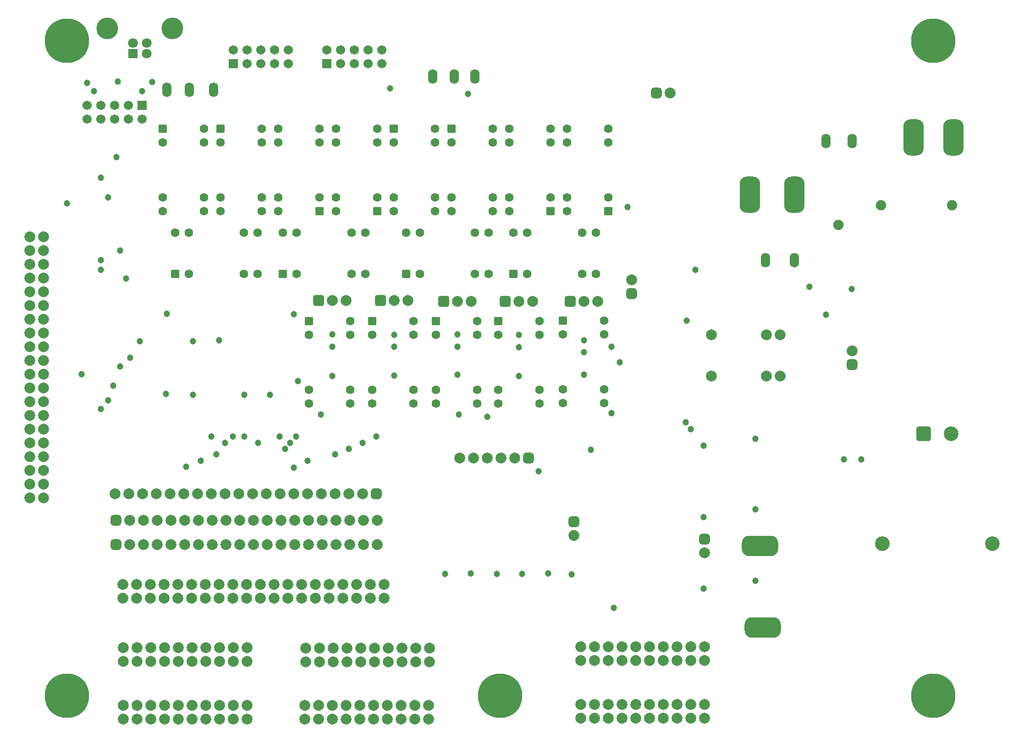
<source format=gbs>
%FSLAX44Y44*%
%MOMM*%
G71*
G01*
G75*
G04 Layer_Color=16711935*
G04:AMPARAMS|DCode=10|XSize=1.1mm|YSize=1mm|CornerRadius=0.15mm|HoleSize=0mm|Usage=FLASHONLY|Rotation=0.000|XOffset=0mm|YOffset=0mm|HoleType=Round|Shape=RoundedRectangle|*
%AMROUNDEDRECTD10*
21,1,1.1000,0.7000,0,0,0.0*
21,1,0.8000,1.0000,0,0,0.0*
1,1,0.3000,0.4000,-0.3500*
1,1,0.3000,-0.4000,-0.3500*
1,1,0.3000,-0.4000,0.3500*
1,1,0.3000,0.4000,0.3500*
%
%ADD10ROUNDEDRECTD10*%
G04:AMPARAMS|DCode=11|XSize=1.1mm|YSize=1mm|CornerRadius=0.15mm|HoleSize=0mm|Usage=FLASHONLY|Rotation=270.000|XOffset=0mm|YOffset=0mm|HoleType=Round|Shape=RoundedRectangle|*
%AMROUNDEDRECTD11*
21,1,1.1000,0.7000,0,0,270.0*
21,1,0.8000,1.0000,0,0,270.0*
1,1,0.3000,-0.3500,-0.4000*
1,1,0.3000,-0.3500,0.4000*
1,1,0.3000,0.3500,0.4000*
1,1,0.3000,0.3500,-0.4000*
%
%ADD11ROUNDEDRECTD11*%
G04:AMPARAMS|DCode=12|XSize=1.4mm|YSize=3mm|CornerRadius=0.21mm|HoleSize=0mm|Usage=FLASHONLY|Rotation=270.000|XOffset=0mm|YOffset=0mm|HoleType=Round|Shape=RoundedRectangle|*
%AMROUNDEDRECTD12*
21,1,1.4000,2.5800,0,0,270.0*
21,1,0.9800,3.0000,0,0,270.0*
1,1,0.4200,-1.2900,-0.4900*
1,1,0.4200,-1.2900,0.4900*
1,1,0.4200,1.2900,0.4900*
1,1,0.4200,1.2900,-0.4900*
%
%ADD12ROUNDEDRECTD12*%
%ADD13O,0.8000X1.5000*%
%ADD14R,0.8000X1.5000*%
%ADD15O,1.5000X0.8000*%
%ADD16R,1.5000X0.8000*%
G04:AMPARAMS|DCode=17|XSize=0.35mm|YSize=0.9mm|CornerRadius=0.0525mm|HoleSize=0mm|Usage=FLASHONLY|Rotation=90.000|XOffset=0mm|YOffset=0mm|HoleType=Round|Shape=RoundedRectangle|*
%AMROUNDEDRECTD17*
21,1,0.3500,0.7950,0,0,90.0*
21,1,0.2450,0.9000,0,0,90.0*
1,1,0.1050,0.3975,0.1225*
1,1,0.1050,0.3975,-0.1225*
1,1,0.1050,-0.3975,-0.1225*
1,1,0.1050,-0.3975,0.1225*
%
%ADD17ROUNDEDRECTD17*%
G04:AMPARAMS|DCode=18|XSize=3.3mm|YSize=1.1mm|CornerRadius=0.165mm|HoleSize=0mm|Usage=FLASHONLY|Rotation=270.000|XOffset=0mm|YOffset=0mm|HoleType=Round|Shape=RoundedRectangle|*
%AMROUNDEDRECTD18*
21,1,3.3000,0.7700,0,0,270.0*
21,1,2.9700,1.1000,0,0,270.0*
1,1,0.3300,-0.3850,-1.4850*
1,1,0.3300,-0.3850,1.4850*
1,1,0.3300,0.3850,1.4850*
1,1,0.3300,0.3850,-1.4850*
%
%ADD18ROUNDEDRECTD18*%
G04:AMPARAMS|DCode=19|XSize=0.65mm|YSize=1.4mm|CornerRadius=0.0975mm|HoleSize=0mm|Usage=FLASHONLY|Rotation=0.000|XOffset=0mm|YOffset=0mm|HoleType=Round|Shape=RoundedRectangle|*
%AMROUNDEDRECTD19*
21,1,0.6500,1.2050,0,0,0.0*
21,1,0.4550,1.4000,0,0,0.0*
1,1,0.1950,0.2275,-0.6025*
1,1,0.1950,-0.2275,-0.6025*
1,1,0.1950,-0.2275,0.6025*
1,1,0.1950,0.2275,0.6025*
%
%ADD19ROUNDEDRECTD19*%
G04:AMPARAMS|DCode=20|XSize=2.7mm|YSize=1.6mm|CornerRadius=0.08mm|HoleSize=0mm|Usage=FLASHONLY|Rotation=90.000|XOffset=0mm|YOffset=0mm|HoleType=Round|Shape=RoundedRectangle|*
%AMROUNDEDRECTD20*
21,1,2.7000,1.4400,0,0,90.0*
21,1,2.5400,1.6000,0,0,90.0*
1,1,0.1600,0.7200,1.2700*
1,1,0.1600,0.7200,-1.2700*
1,1,0.1600,-0.7200,-1.2700*
1,1,0.1600,-0.7200,1.2700*
%
%ADD20ROUNDEDRECTD20*%
G04:AMPARAMS|DCode=21|XSize=2.7mm|YSize=1.6mm|CornerRadius=0mm|HoleSize=0mm|Usage=FLASHONLY|Rotation=90.000|XOffset=0mm|YOffset=0mm|HoleType=Round|Shape=Octagon|*
%AMOCTAGOND21*
4,1,8,0.4000,1.3500,-0.4000,1.3500,-0.8000,0.9500,-0.8000,-0.9500,-0.4000,-1.3500,0.4000,-1.3500,0.8000,-0.9500,0.8000,0.9500,0.4000,1.3500,0.0*
%
%ADD21OCTAGOND21*%

G04:AMPARAMS|DCode=22|XSize=0.9mm|YSize=3.05mm|CornerRadius=0.135mm|HoleSize=0mm|Usage=FLASHONLY|Rotation=90.000|XOffset=0mm|YOffset=0mm|HoleType=Round|Shape=RoundedRectangle|*
%AMROUNDEDRECTD22*
21,1,0.9000,2.7800,0,0,90.0*
21,1,0.6300,3.0500,0,0,90.0*
1,1,0.2700,1.3900,0.3150*
1,1,0.2700,1.3900,-0.3150*
1,1,0.2700,-1.3900,-0.3150*
1,1,0.2700,-1.3900,0.3150*
%
%ADD22ROUNDEDRECTD22*%
G04:AMPARAMS|DCode=23|XSize=5.55mm|YSize=6.5mm|CornerRadius=0.2775mm|HoleSize=0mm|Usage=FLASHONLY|Rotation=90.000|XOffset=0mm|YOffset=0mm|HoleType=Round|Shape=RoundedRectangle|*
%AMROUNDEDRECTD23*
21,1,5.5500,5.9450,0,0,90.0*
21,1,4.9950,6.5000,0,0,90.0*
1,1,0.5550,2.9725,2.4975*
1,1,0.5550,2.9725,-2.4975*
1,1,0.5550,-2.9725,-2.4975*
1,1,0.5550,-2.9725,2.4975*
%
%ADD23ROUNDEDRECTD23*%
G04:AMPARAMS|DCode=24|XSize=2.8mm|YSize=3.4mm|CornerRadius=0.42mm|HoleSize=0mm|Usage=FLASHONLY|Rotation=180.000|XOffset=0mm|YOffset=0mm|HoleType=Round|Shape=RoundedRectangle|*
%AMROUNDEDRECTD24*
21,1,2.8000,2.5600,0,0,180.0*
21,1,1.9600,3.4000,0,0,180.0*
1,1,0.8400,-0.9800,1.2800*
1,1,0.8400,0.9800,1.2800*
1,1,0.8400,0.9800,-1.2800*
1,1,0.8400,-0.9800,-1.2800*
%
%ADD24ROUNDEDRECTD24*%
G04:AMPARAMS|DCode=25|XSize=5.6mm|YSize=6.8mm|CornerRadius=0.28mm|HoleSize=0mm|Usage=FLASHONLY|Rotation=270.000|XOffset=0mm|YOffset=0mm|HoleType=Round|Shape=RoundedRectangle|*
%AMROUNDEDRECTD25*
21,1,5.6000,6.2400,0,0,270.0*
21,1,5.0400,6.8000,0,0,270.0*
1,1,0.5600,-3.1200,-2.5200*
1,1,0.5600,-3.1200,2.5200*
1,1,0.5600,3.1200,2.5200*
1,1,0.5600,3.1200,-2.5200*
%
%ADD25ROUNDEDRECTD25*%
G04:AMPARAMS|DCode=26|XSize=1.3mm|YSize=3.35mm|CornerRadius=0.195mm|HoleSize=0mm|Usage=FLASHONLY|Rotation=270.000|XOffset=0mm|YOffset=0mm|HoleType=Round|Shape=RoundedRectangle|*
%AMROUNDEDRECTD26*
21,1,1.3000,2.9600,0,0,270.0*
21,1,0.9100,3.3500,0,0,270.0*
1,1,0.3900,-1.4800,-0.4550*
1,1,0.3900,-1.4800,0.4550*
1,1,0.3900,1.4800,0.4550*
1,1,0.3900,1.4800,-0.4550*
%
%ADD26ROUNDEDRECTD26*%
G04:AMPARAMS|DCode=27|XSize=1.4mm|YSize=4.1mm|CornerRadius=0.21mm|HoleSize=0mm|Usage=FLASHONLY|Rotation=270.000|XOffset=0mm|YOffset=0mm|HoleType=Round|Shape=RoundedRectangle|*
%AMROUNDEDRECTD27*
21,1,1.4000,3.6800,0,0,270.0*
21,1,0.9800,4.1000,0,0,270.0*
1,1,0.4200,-1.8400,-0.4900*
1,1,0.4200,-1.8400,0.4900*
1,1,0.4200,1.8400,0.4900*
1,1,0.4200,1.8400,-0.4900*
%
%ADD27ROUNDEDRECTD27*%
G04:AMPARAMS|DCode=28|XSize=1.3mm|YSize=1mm|CornerRadius=0.15mm|HoleSize=0mm|Usage=FLASHONLY|Rotation=270.000|XOffset=0mm|YOffset=0mm|HoleType=Round|Shape=RoundedRectangle|*
%AMROUNDEDRECTD28*
21,1,1.3000,0.7000,0,0,270.0*
21,1,1.0000,1.0000,0,0,270.0*
1,1,0.3000,-0.3500,-0.5000*
1,1,0.3000,-0.3500,0.5000*
1,1,0.3000,0.3500,0.5000*
1,1,0.3000,0.3500,-0.5000*
%
%ADD28ROUNDEDRECTD28*%
%ADD29C,2.0000*%
%ADD30C,0.3000*%
%ADD31C,0.5000*%
%ADD32C,0.7500*%
%ADD33C,0.4000*%
%ADD34C,0.2000*%
%ADD35C,1.0000*%
%ADD36C,0.3100*%
%ADD37C,1.8000*%
G04:AMPARAMS|DCode=38|XSize=1.8mm|YSize=1.8mm|CornerRadius=0.27mm|HoleSize=0mm|Usage=FLASHONLY|Rotation=0.000|XOffset=0mm|YOffset=0mm|HoleType=Round|Shape=RoundedRectangle|*
%AMROUNDEDRECTD38*
21,1,1.8000,1.2600,0,0,0.0*
21,1,1.2600,1.8000,0,0,0.0*
1,1,0.5400,0.6300,-0.6300*
1,1,0.5400,-0.6300,-0.6300*
1,1,0.5400,-0.6300,0.6300*
1,1,0.5400,0.6300,0.6300*
%
%ADD38ROUNDEDRECTD38*%
%ADD39O,1.5000X2.5000*%
G04:AMPARAMS|DCode=40|XSize=1.8mm|YSize=1.8mm|CornerRadius=0.45mm|HoleSize=0mm|Usage=FLASHONLY|Rotation=90.000|XOffset=0mm|YOffset=0mm|HoleType=Round|Shape=RoundedRectangle|*
%AMROUNDEDRECTD40*
21,1,1.8000,0.9000,0,0,90.0*
21,1,0.9000,1.8000,0,0,90.0*
1,1,0.9000,0.4500,0.4500*
1,1,0.9000,0.4500,-0.4500*
1,1,0.9000,-0.4500,-0.4500*
1,1,0.9000,-0.4500,0.4500*
%
%ADD40ROUNDEDRECTD40*%
%ADD41C,2.5000*%
G04:AMPARAMS|DCode=42|XSize=2.5mm|YSize=2.5mm|CornerRadius=0.375mm|HoleSize=0mm|Usage=FLASHONLY|Rotation=180.000|XOffset=0mm|YOffset=0mm|HoleType=Round|Shape=RoundedRectangle|*
%AMROUNDEDRECTD42*
21,1,2.5000,1.7500,0,0,180.0*
21,1,1.7500,2.5000,0,0,180.0*
1,1,0.7500,-0.8750,0.8750*
1,1,0.7500,0.8750,0.8750*
1,1,0.7500,0.8750,-0.8750*
1,1,0.7500,-0.8750,-0.8750*
%
%ADD42ROUNDEDRECTD42*%
G04:AMPARAMS|DCode=43|XSize=1.8mm|YSize=1.8mm|CornerRadius=0.45mm|HoleSize=0mm|Usage=FLASHONLY|Rotation=180.000|XOffset=0mm|YOffset=0mm|HoleType=Round|Shape=RoundedRectangle|*
%AMROUNDEDRECTD43*
21,1,1.8000,0.9000,0,0,180.0*
21,1,0.9000,1.8000,0,0,180.0*
1,1,0.9000,-0.4500,0.4500*
1,1,0.9000,0.4500,0.4500*
1,1,0.9000,0.4500,-0.4500*
1,1,0.9000,-0.4500,-0.4500*
%
%ADD43ROUNDEDRECTD43*%
G04:AMPARAMS|DCode=44|XSize=6.5mm|YSize=3.6mm|CornerRadius=1.26mm|HoleSize=0mm|Usage=FLASHONLY|Rotation=180.000|XOffset=0mm|YOffset=0mm|HoleType=Round|Shape=RoundedRectangle|*
%AMROUNDEDRECTD44*
21,1,6.5000,1.0800,0,0,180.0*
21,1,3.9800,3.6000,0,0,180.0*
1,1,2.5200,-1.9900,0.5400*
1,1,2.5200,1.9900,0.5400*
1,1,2.5200,1.9900,-0.5400*
1,1,2.5200,-1.9900,-0.5400*
%
%ADD44ROUNDEDRECTD44*%
%ADD45R,1.5000X1.5000*%
%ADD46C,1.5000*%
%ADD47C,3.8000*%
%ADD48C,1.6000*%
%ADD49R,1.6000X1.6000*%
G04:AMPARAMS|DCode=50|XSize=1.4mm|YSize=1.4mm|CornerRadius=0.21mm|HoleSize=0mm|Usage=FLASHONLY|Rotation=0.000|XOffset=0mm|YOffset=0mm|HoleType=Round|Shape=RoundedRectangle|*
%AMROUNDEDRECTD50*
21,1,1.4000,0.9800,0,0,0.0*
21,1,0.9800,1.4000,0,0,0.0*
1,1,0.4200,0.4900,-0.4900*
1,1,0.4200,-0.4900,-0.4900*
1,1,0.4200,-0.4900,0.4900*
1,1,0.4200,0.4900,0.4900*
%
%ADD50ROUNDEDRECTD50*%
%ADD51C,1.4000*%
G04:AMPARAMS|DCode=52|XSize=6.5mm|YSize=3.6mm|CornerRadius=1.26mm|HoleSize=0mm|Usage=FLASHONLY|Rotation=270.000|XOffset=0mm|YOffset=0mm|HoleType=Round|Shape=RoundedRectangle|*
%AMROUNDEDRECTD52*
21,1,6.5000,1.0800,0,0,270.0*
21,1,3.9800,3.6000,0,0,270.0*
1,1,2.5200,-0.5400,-1.9900*
1,1,2.5200,-0.5400,1.9900*
1,1,2.5200,0.5400,1.9900*
1,1,2.5200,0.5400,-1.9900*
%
%ADD52ROUNDEDRECTD52*%
G04:AMPARAMS|DCode=53|XSize=1.4mm|YSize=1.4mm|CornerRadius=0.21mm|HoleSize=0mm|Usage=FLASHONLY|Rotation=90.000|XOffset=0mm|YOffset=0mm|HoleType=Round|Shape=RoundedRectangle|*
%AMROUNDEDRECTD53*
21,1,1.4000,0.9800,0,0,90.0*
21,1,0.9800,1.4000,0,0,90.0*
1,1,0.4200,0.4900,0.4900*
1,1,0.4200,0.4900,-0.4900*
1,1,0.4200,-0.4900,-0.4900*
1,1,0.4200,-0.4900,0.4900*
%
%ADD53ROUNDEDRECTD53*%
%ADD54C,8.0000*%
%ADD55C,1.0000*%
%ADD56C,1.7000*%
%ADD57C,0.1500*%
%ADD58C,0.2500*%
%ADD59C,0.2540*%
%ADD60C,0.1000*%
%ADD61C,0.1800*%
G04:AMPARAMS|DCode=62|XSize=1.3mm|YSize=1.2mm|CornerRadius=0.25mm|HoleSize=0mm|Usage=FLASHONLY|Rotation=0.000|XOffset=0mm|YOffset=0mm|HoleType=Round|Shape=RoundedRectangle|*
%AMROUNDEDRECTD62*
21,1,1.3000,0.7000,0,0,0.0*
21,1,0.8000,1.2000,0,0,0.0*
1,1,0.5000,0.4000,-0.3500*
1,1,0.5000,-0.4000,-0.3500*
1,1,0.5000,-0.4000,0.3500*
1,1,0.5000,0.4000,0.3500*
%
%ADD62ROUNDEDRECTD62*%
G04:AMPARAMS|DCode=63|XSize=1.3mm|YSize=1.2mm|CornerRadius=0.25mm|HoleSize=0mm|Usage=FLASHONLY|Rotation=270.000|XOffset=0mm|YOffset=0mm|HoleType=Round|Shape=RoundedRectangle|*
%AMROUNDEDRECTD63*
21,1,1.3000,0.7000,0,0,270.0*
21,1,0.8000,1.2000,0,0,270.0*
1,1,0.5000,-0.3500,-0.4000*
1,1,0.5000,-0.3500,0.4000*
1,1,0.5000,0.3500,0.4000*
1,1,0.5000,0.3500,-0.4000*
%
%ADD63ROUNDEDRECTD63*%
G04:AMPARAMS|DCode=64|XSize=1.6mm|YSize=3.2mm|CornerRadius=0.31mm|HoleSize=0mm|Usage=FLASHONLY|Rotation=270.000|XOffset=0mm|YOffset=0mm|HoleType=Round|Shape=RoundedRectangle|*
%AMROUNDEDRECTD64*
21,1,1.6000,2.5800,0,0,270.0*
21,1,0.9800,3.2000,0,0,270.0*
1,1,0.6200,-1.2900,-0.4900*
1,1,0.6200,-1.2900,0.4900*
1,1,0.6200,1.2900,0.4900*
1,1,0.6200,1.2900,-0.4900*
%
%ADD64ROUNDEDRECTD64*%
%ADD65O,1.0000X1.7000*%
%ADD66R,1.0000X1.7000*%
%ADD67O,1.7000X1.0000*%
%ADD68R,1.7000X1.0000*%
G04:AMPARAMS|DCode=69|XSize=0.55mm|YSize=1.1mm|CornerRadius=0.1525mm|HoleSize=0mm|Usage=FLASHONLY|Rotation=90.000|XOffset=0mm|YOffset=0mm|HoleType=Round|Shape=RoundedRectangle|*
%AMROUNDEDRECTD69*
21,1,0.5500,0.7950,0,0,90.0*
21,1,0.2450,1.1000,0,0,90.0*
1,1,0.3050,0.3975,0.1225*
1,1,0.3050,0.3975,-0.1225*
1,1,0.3050,-0.3975,-0.1225*
1,1,0.3050,-0.3975,0.1225*
%
%ADD69ROUNDEDRECTD69*%
G04:AMPARAMS|DCode=70|XSize=3.5mm|YSize=1.3mm|CornerRadius=0.265mm|HoleSize=0mm|Usage=FLASHONLY|Rotation=270.000|XOffset=0mm|YOffset=0mm|HoleType=Round|Shape=RoundedRectangle|*
%AMROUNDEDRECTD70*
21,1,3.5000,0.7700,0,0,270.0*
21,1,2.9700,1.3000,0,0,270.0*
1,1,0.5300,-0.3850,-1.4850*
1,1,0.5300,-0.3850,1.4850*
1,1,0.5300,0.3850,1.4850*
1,1,0.5300,0.3850,-1.4850*
%
%ADD70ROUNDEDRECTD70*%
G04:AMPARAMS|DCode=71|XSize=0.85mm|YSize=1.6mm|CornerRadius=0.1975mm|HoleSize=0mm|Usage=FLASHONLY|Rotation=0.000|XOffset=0mm|YOffset=0mm|HoleType=Round|Shape=RoundedRectangle|*
%AMROUNDEDRECTD71*
21,1,0.8500,1.2050,0,0,0.0*
21,1,0.4550,1.6000,0,0,0.0*
1,1,0.3950,0.2275,-0.6025*
1,1,0.3950,-0.2275,-0.6025*
1,1,0.3950,-0.2275,0.6025*
1,1,0.3950,0.2275,0.6025*
%
%ADD71ROUNDEDRECTD71*%
G04:AMPARAMS|DCode=72|XSize=2.9mm|YSize=1.8mm|CornerRadius=0.18mm|HoleSize=0mm|Usage=FLASHONLY|Rotation=90.000|XOffset=0mm|YOffset=0mm|HoleType=Round|Shape=RoundedRectangle|*
%AMROUNDEDRECTD72*
21,1,2.9000,1.4400,0,0,90.0*
21,1,2.5400,1.8000,0,0,90.0*
1,1,0.3600,0.7200,1.2700*
1,1,0.3600,0.7200,-1.2700*
1,1,0.3600,-0.7200,-1.2700*
1,1,0.3600,-0.7200,1.2700*
%
%ADD72ROUNDEDRECTD72*%
G04:AMPARAMS|DCode=73|XSize=2.9mm|YSize=1.8mm|CornerRadius=0mm|HoleSize=0mm|Usage=FLASHONLY|Rotation=90.000|XOffset=0mm|YOffset=0mm|HoleType=Round|Shape=Octagon|*
%AMOCTAGOND73*
4,1,8,0.4500,1.4500,-0.4500,1.4500,-0.9000,1.0000,-0.9000,-1.0000,-0.4500,-1.4500,0.4500,-1.4500,0.9000,-1.0000,0.9000,1.0000,0.4500,1.4500,0.0*
%
%ADD73OCTAGOND73*%

G04:AMPARAMS|DCode=74|XSize=1.1mm|YSize=3.25mm|CornerRadius=0.235mm|HoleSize=0mm|Usage=FLASHONLY|Rotation=90.000|XOffset=0mm|YOffset=0mm|HoleType=Round|Shape=RoundedRectangle|*
%AMROUNDEDRECTD74*
21,1,1.1000,2.7800,0,0,90.0*
21,1,0.6300,3.2500,0,0,90.0*
1,1,0.4700,1.3900,0.3150*
1,1,0.4700,1.3900,-0.3150*
1,1,0.4700,-1.3900,-0.3150*
1,1,0.4700,-1.3900,0.3150*
%
%ADD74ROUNDEDRECTD74*%
G04:AMPARAMS|DCode=75|XSize=5.75mm|YSize=6.7mm|CornerRadius=0.3775mm|HoleSize=0mm|Usage=FLASHONLY|Rotation=90.000|XOffset=0mm|YOffset=0mm|HoleType=Round|Shape=RoundedRectangle|*
%AMROUNDEDRECTD75*
21,1,5.7500,5.9450,0,0,90.0*
21,1,4.9950,6.7000,0,0,90.0*
1,1,0.7550,2.9725,2.4975*
1,1,0.7550,2.9725,-2.4975*
1,1,0.7550,-2.9725,-2.4975*
1,1,0.7550,-2.9725,2.4975*
%
%ADD75ROUNDEDRECTD75*%
G04:AMPARAMS|DCode=76|XSize=3mm|YSize=3.6mm|CornerRadius=0.52mm|HoleSize=0mm|Usage=FLASHONLY|Rotation=180.000|XOffset=0mm|YOffset=0mm|HoleType=Round|Shape=RoundedRectangle|*
%AMROUNDEDRECTD76*
21,1,3.0000,2.5600,0,0,180.0*
21,1,1.9600,3.6000,0,0,180.0*
1,1,1.0400,-0.9800,1.2800*
1,1,1.0400,0.9800,1.2800*
1,1,1.0400,0.9800,-1.2800*
1,1,1.0400,-0.9800,-1.2800*
%
%ADD76ROUNDEDRECTD76*%
G04:AMPARAMS|DCode=77|XSize=5.8mm|YSize=7mm|CornerRadius=0.38mm|HoleSize=0mm|Usage=FLASHONLY|Rotation=270.000|XOffset=0mm|YOffset=0mm|HoleType=Round|Shape=RoundedRectangle|*
%AMROUNDEDRECTD77*
21,1,5.8000,6.2400,0,0,270.0*
21,1,5.0400,7.0000,0,0,270.0*
1,1,0.7600,-3.1200,-2.5200*
1,1,0.7600,-3.1200,2.5200*
1,1,0.7600,3.1200,2.5200*
1,1,0.7600,3.1200,-2.5200*
%
%ADD77ROUNDEDRECTD77*%
G04:AMPARAMS|DCode=78|XSize=1.5mm|YSize=3.55mm|CornerRadius=0.295mm|HoleSize=0mm|Usage=FLASHONLY|Rotation=270.000|XOffset=0mm|YOffset=0mm|HoleType=Round|Shape=RoundedRectangle|*
%AMROUNDEDRECTD78*
21,1,1.5000,2.9600,0,0,270.0*
21,1,0.9100,3.5500,0,0,270.0*
1,1,0.5900,-1.4800,-0.4550*
1,1,0.5900,-1.4800,0.4550*
1,1,0.5900,1.4800,0.4550*
1,1,0.5900,1.4800,-0.4550*
%
%ADD78ROUNDEDRECTD78*%
G04:AMPARAMS|DCode=79|XSize=1.6mm|YSize=4.3mm|CornerRadius=0.31mm|HoleSize=0mm|Usage=FLASHONLY|Rotation=270.000|XOffset=0mm|YOffset=0mm|HoleType=Round|Shape=RoundedRectangle|*
%AMROUNDEDRECTD79*
21,1,1.6000,3.6800,0,0,270.0*
21,1,0.9800,4.3000,0,0,270.0*
1,1,0.6200,-1.8400,-0.4900*
1,1,0.6200,-1.8400,0.4900*
1,1,0.6200,1.8400,0.4900*
1,1,0.6200,1.8400,-0.4900*
%
%ADD79ROUNDEDRECTD79*%
G04:AMPARAMS|DCode=80|XSize=1.5mm|YSize=1.2mm|CornerRadius=0.25mm|HoleSize=0mm|Usage=FLASHONLY|Rotation=270.000|XOffset=0mm|YOffset=0mm|HoleType=Round|Shape=RoundedRectangle|*
%AMROUNDEDRECTD80*
21,1,1.5000,0.7000,0,0,270.0*
21,1,1.0000,1.2000,0,0,270.0*
1,1,0.5000,-0.3500,-0.5000*
1,1,0.5000,-0.3500,0.5000*
1,1,0.5000,0.3500,0.5000*
1,1,0.5000,0.3500,-0.5000*
%
%ADD80ROUNDEDRECTD80*%
G04:AMPARAMS|DCode=81|XSize=1.3032mm|YSize=1.2032mm|CornerRadius=0.2516mm|HoleSize=0mm|Usage=FLASHONLY|Rotation=0.000|XOffset=0mm|YOffset=0mm|HoleType=Round|Shape=RoundedRectangle|*
%AMROUNDEDRECTD81*
21,1,1.3032,0.7000,0,0,0.0*
21,1,0.8000,1.2032,0,0,0.0*
1,1,0.5032,0.4000,-0.3500*
1,1,0.5032,-0.4000,-0.3500*
1,1,0.5032,-0.4000,0.3500*
1,1,0.5032,0.4000,0.3500*
%
%ADD81ROUNDEDRECTD81*%
G04:AMPARAMS|DCode=82|XSize=1.3032mm|YSize=1.2032mm|CornerRadius=0.2516mm|HoleSize=0mm|Usage=FLASHONLY|Rotation=270.000|XOffset=0mm|YOffset=0mm|HoleType=Round|Shape=RoundedRectangle|*
%AMROUNDEDRECTD82*
21,1,1.3032,0.7000,0,0,270.0*
21,1,0.8000,1.2032,0,0,270.0*
1,1,0.5032,-0.3500,-0.4000*
1,1,0.5032,-0.3500,0.4000*
1,1,0.5032,0.3500,0.4000*
1,1,0.5032,0.3500,-0.4000*
%
%ADD82ROUNDEDRECTD82*%
G04:AMPARAMS|DCode=83|XSize=1.6032mm|YSize=3.2032mm|CornerRadius=0.3116mm|HoleSize=0mm|Usage=FLASHONLY|Rotation=270.000|XOffset=0mm|YOffset=0mm|HoleType=Round|Shape=RoundedRectangle|*
%AMROUNDEDRECTD83*
21,1,1.6032,2.5800,0,0,270.0*
21,1,0.9800,3.2032,0,0,270.0*
1,1,0.6232,-1.2900,-0.4900*
1,1,0.6232,-1.2900,0.4900*
1,1,0.6232,1.2900,0.4900*
1,1,0.6232,1.2900,-0.4900*
%
%ADD83ROUNDEDRECTD83*%
%ADD84O,1.0032X1.7032*%
%ADD85R,1.0032X1.7032*%
%ADD86O,1.7032X1.0032*%
%ADD87R,1.7032X1.0032*%
G04:AMPARAMS|DCode=88|XSize=0.5532mm|YSize=1.1032mm|CornerRadius=0.1541mm|HoleSize=0mm|Usage=FLASHONLY|Rotation=90.000|XOffset=0mm|YOffset=0mm|HoleType=Round|Shape=RoundedRectangle|*
%AMROUNDEDRECTD88*
21,1,0.5532,0.7950,0,0,90.0*
21,1,0.2450,1.1032,0,0,90.0*
1,1,0.3082,0.3975,0.1225*
1,1,0.3082,0.3975,-0.1225*
1,1,0.3082,-0.3975,-0.1225*
1,1,0.3082,-0.3975,0.1225*
%
%ADD88ROUNDEDRECTD88*%
G04:AMPARAMS|DCode=89|XSize=3.5032mm|YSize=1.3032mm|CornerRadius=0.2666mm|HoleSize=0mm|Usage=FLASHONLY|Rotation=270.000|XOffset=0mm|YOffset=0mm|HoleType=Round|Shape=RoundedRectangle|*
%AMROUNDEDRECTD89*
21,1,3.5032,0.7700,0,0,270.0*
21,1,2.9700,1.3032,0,0,270.0*
1,1,0.5332,-0.3850,-1.4850*
1,1,0.5332,-0.3850,1.4850*
1,1,0.5332,0.3850,1.4850*
1,1,0.5332,0.3850,-1.4850*
%
%ADD89ROUNDEDRECTD89*%
G04:AMPARAMS|DCode=90|XSize=0.8532mm|YSize=1.6032mm|CornerRadius=0.1991mm|HoleSize=0mm|Usage=FLASHONLY|Rotation=0.000|XOffset=0mm|YOffset=0mm|HoleType=Round|Shape=RoundedRectangle|*
%AMROUNDEDRECTD90*
21,1,0.8532,1.2050,0,0,0.0*
21,1,0.4550,1.6032,0,0,0.0*
1,1,0.3982,0.2275,-0.6025*
1,1,0.3982,-0.2275,-0.6025*
1,1,0.3982,-0.2275,0.6025*
1,1,0.3982,0.2275,0.6025*
%
%ADD90ROUNDEDRECTD90*%
G04:AMPARAMS|DCode=91|XSize=2.9032mm|YSize=1.8032mm|CornerRadius=0.1816mm|HoleSize=0mm|Usage=FLASHONLY|Rotation=90.000|XOffset=0mm|YOffset=0mm|HoleType=Round|Shape=RoundedRectangle|*
%AMROUNDEDRECTD91*
21,1,2.9032,1.4400,0,0,90.0*
21,1,2.5400,1.8032,0,0,90.0*
1,1,0.3632,0.7200,1.2700*
1,1,0.3632,0.7200,-1.2700*
1,1,0.3632,-0.7200,-1.2700*
1,1,0.3632,-0.7200,1.2700*
%
%ADD91ROUNDEDRECTD91*%
G04:AMPARAMS|DCode=92|XSize=2.9032mm|YSize=1.8032mm|CornerRadius=0mm|HoleSize=0mm|Usage=FLASHONLY|Rotation=90.000|XOffset=0mm|YOffset=0mm|HoleType=Round|Shape=Octagon|*
%AMOCTAGOND92*
4,1,8,0.4508,1.4516,-0.4508,1.4516,-0.9016,1.0008,-0.9016,-1.0008,-0.4508,-1.4516,0.4508,-1.4516,0.9016,-1.0008,0.9016,1.0008,0.4508,1.4516,0.0*
%
%ADD92OCTAGOND92*%

G04:AMPARAMS|DCode=93|XSize=1.1032mm|YSize=3.2532mm|CornerRadius=0.2366mm|HoleSize=0mm|Usage=FLASHONLY|Rotation=90.000|XOffset=0mm|YOffset=0mm|HoleType=Round|Shape=RoundedRectangle|*
%AMROUNDEDRECTD93*
21,1,1.1032,2.7800,0,0,90.0*
21,1,0.6300,3.2532,0,0,90.0*
1,1,0.4732,1.3900,0.3150*
1,1,0.4732,1.3900,-0.3150*
1,1,0.4732,-1.3900,-0.3150*
1,1,0.4732,-1.3900,0.3150*
%
%ADD93ROUNDEDRECTD93*%
G04:AMPARAMS|DCode=94|XSize=5.7532mm|YSize=6.7032mm|CornerRadius=0.3791mm|HoleSize=0mm|Usage=FLASHONLY|Rotation=90.000|XOffset=0mm|YOffset=0mm|HoleType=Round|Shape=RoundedRectangle|*
%AMROUNDEDRECTD94*
21,1,5.7532,5.9450,0,0,90.0*
21,1,4.9950,6.7032,0,0,90.0*
1,1,0.7582,2.9725,2.4975*
1,1,0.7582,2.9725,-2.4975*
1,1,0.7582,-2.9725,-2.4975*
1,1,0.7582,-2.9725,2.4975*
%
%ADD94ROUNDEDRECTD94*%
G04:AMPARAMS|DCode=95|XSize=3.0032mm|YSize=3.6032mm|CornerRadius=0.5216mm|HoleSize=0mm|Usage=FLASHONLY|Rotation=180.000|XOffset=0mm|YOffset=0mm|HoleType=Round|Shape=RoundedRectangle|*
%AMROUNDEDRECTD95*
21,1,3.0032,2.5600,0,0,180.0*
21,1,1.9600,3.6032,0,0,180.0*
1,1,1.0432,-0.9800,1.2800*
1,1,1.0432,0.9800,1.2800*
1,1,1.0432,0.9800,-1.2800*
1,1,1.0432,-0.9800,-1.2800*
%
%ADD95ROUNDEDRECTD95*%
G04:AMPARAMS|DCode=96|XSize=5.8032mm|YSize=7.0032mm|CornerRadius=0.3816mm|HoleSize=0mm|Usage=FLASHONLY|Rotation=270.000|XOffset=0mm|YOffset=0mm|HoleType=Round|Shape=RoundedRectangle|*
%AMROUNDEDRECTD96*
21,1,5.8032,6.2400,0,0,270.0*
21,1,5.0400,7.0032,0,0,270.0*
1,1,0.7632,-3.1200,-2.5200*
1,1,0.7632,-3.1200,2.5200*
1,1,0.7632,3.1200,2.5200*
1,1,0.7632,3.1200,-2.5200*
%
%ADD96ROUNDEDRECTD96*%
G04:AMPARAMS|DCode=97|XSize=1.5032mm|YSize=3.5532mm|CornerRadius=0.2966mm|HoleSize=0mm|Usage=FLASHONLY|Rotation=270.000|XOffset=0mm|YOffset=0mm|HoleType=Round|Shape=RoundedRectangle|*
%AMROUNDEDRECTD97*
21,1,1.5032,2.9600,0,0,270.0*
21,1,0.9100,3.5532,0,0,270.0*
1,1,0.5932,-1.4800,-0.4550*
1,1,0.5932,-1.4800,0.4550*
1,1,0.5932,1.4800,0.4550*
1,1,0.5932,1.4800,-0.4550*
%
%ADD97ROUNDEDRECTD97*%
G04:AMPARAMS|DCode=98|XSize=1.6032mm|YSize=4.3032mm|CornerRadius=0.3116mm|HoleSize=0mm|Usage=FLASHONLY|Rotation=270.000|XOffset=0mm|YOffset=0mm|HoleType=Round|Shape=RoundedRectangle|*
%AMROUNDEDRECTD98*
21,1,1.6032,3.6800,0,0,270.0*
21,1,0.9800,4.3032,0,0,270.0*
1,1,0.6232,-1.8400,-0.4900*
1,1,0.6232,-1.8400,0.4900*
1,1,0.6232,1.8400,0.4900*
1,1,0.6232,1.8400,-0.4900*
%
%ADD98ROUNDEDRECTD98*%
G04:AMPARAMS|DCode=99|XSize=1.5032mm|YSize=1.2032mm|CornerRadius=0.2516mm|HoleSize=0mm|Usage=FLASHONLY|Rotation=270.000|XOffset=0mm|YOffset=0mm|HoleType=Round|Shape=RoundedRectangle|*
%AMROUNDEDRECTD99*
21,1,1.5032,0.7000,0,0,270.0*
21,1,1.0000,1.2032,0,0,270.0*
1,1,0.5032,-0.3500,-0.5000*
1,1,0.5032,-0.3500,0.5000*
1,1,0.5032,0.3500,0.5000*
1,1,0.5032,0.3500,-0.5000*
%
%ADD99ROUNDEDRECTD99*%
%ADD100C,2.0032*%
G04:AMPARAMS|DCode=101|XSize=2.0032mm|YSize=2.0032mm|CornerRadius=0.3716mm|HoleSize=0mm|Usage=FLASHONLY|Rotation=0.000|XOffset=0mm|YOffset=0mm|HoleType=Round|Shape=RoundedRectangle|*
%AMROUNDEDRECTD101*
21,1,2.0032,1.2600,0,0,0.0*
21,1,1.2600,2.0032,0,0,0.0*
1,1,0.7432,0.6300,-0.6300*
1,1,0.7432,-0.6300,-0.6300*
1,1,0.7432,-0.6300,0.6300*
1,1,0.7432,0.6300,0.6300*
%
%ADD101ROUNDEDRECTD101*%
%ADD102O,1.7032X2.7032*%
G04:AMPARAMS|DCode=103|XSize=2.0032mm|YSize=2.0032mm|CornerRadius=0.5516mm|HoleSize=0mm|Usage=FLASHONLY|Rotation=90.000|XOffset=0mm|YOffset=0mm|HoleType=Round|Shape=RoundedRectangle|*
%AMROUNDEDRECTD103*
21,1,2.0032,0.9000,0,0,90.0*
21,1,0.9000,2.0032,0,0,90.0*
1,1,1.1032,0.4500,0.4500*
1,1,1.1032,0.4500,-0.4500*
1,1,1.1032,-0.4500,-0.4500*
1,1,1.1032,-0.4500,0.4500*
%
%ADD103ROUNDEDRECTD103*%
%ADD104C,2.7032*%
G04:AMPARAMS|DCode=105|XSize=2.7032mm|YSize=2.7032mm|CornerRadius=0.4766mm|HoleSize=0mm|Usage=FLASHONLY|Rotation=180.000|XOffset=0mm|YOffset=0mm|HoleType=Round|Shape=RoundedRectangle|*
%AMROUNDEDRECTD105*
21,1,2.7032,1.7500,0,0,180.0*
21,1,1.7500,2.7032,0,0,180.0*
1,1,0.9532,-0.8750,0.8750*
1,1,0.9532,0.8750,0.8750*
1,1,0.9532,0.8750,-0.8750*
1,1,0.9532,-0.8750,-0.8750*
%
%ADD105ROUNDEDRECTD105*%
G04:AMPARAMS|DCode=106|XSize=2.0032mm|YSize=2.0032mm|CornerRadius=0.5516mm|HoleSize=0mm|Usage=FLASHONLY|Rotation=180.000|XOffset=0mm|YOffset=0mm|HoleType=Round|Shape=RoundedRectangle|*
%AMROUNDEDRECTD106*
21,1,2.0032,0.9000,0,0,180.0*
21,1,0.9000,2.0032,0,0,180.0*
1,1,1.1032,-0.4500,0.4500*
1,1,1.1032,0.4500,0.4500*
1,1,1.1032,0.4500,-0.4500*
1,1,1.1032,-0.4500,-0.4500*
%
%ADD106ROUNDEDRECTD106*%
G04:AMPARAMS|DCode=107|XSize=6.7032mm|YSize=3.8032mm|CornerRadius=1.3616mm|HoleSize=0mm|Usage=FLASHONLY|Rotation=180.000|XOffset=0mm|YOffset=0mm|HoleType=Round|Shape=RoundedRectangle|*
%AMROUNDEDRECTD107*
21,1,6.7032,1.0800,0,0,180.0*
21,1,3.9800,3.8032,0,0,180.0*
1,1,2.7232,-1.9900,0.5400*
1,1,2.7232,1.9900,0.5400*
1,1,2.7232,1.9900,-0.5400*
1,1,2.7232,-1.9900,-0.5400*
%
%ADD107ROUNDEDRECTD107*%
%ADD108R,1.7032X1.7032*%
%ADD109C,1.7032*%
%ADD110C,4.0032*%
%ADD111C,1.8032*%
%ADD112R,1.8032X1.8032*%
G04:AMPARAMS|DCode=113|XSize=1.6032mm|YSize=1.6032mm|CornerRadius=0.3116mm|HoleSize=0mm|Usage=FLASHONLY|Rotation=0.000|XOffset=0mm|YOffset=0mm|HoleType=Round|Shape=RoundedRectangle|*
%AMROUNDEDRECTD113*
21,1,1.6032,0.9800,0,0,0.0*
21,1,0.9800,1.6032,0,0,0.0*
1,1,0.6232,0.4900,-0.4900*
1,1,0.6232,-0.4900,-0.4900*
1,1,0.6232,-0.4900,0.4900*
1,1,0.6232,0.4900,0.4900*
%
%ADD113ROUNDEDRECTD113*%
%ADD114C,1.6032*%
G04:AMPARAMS|DCode=115|XSize=6.7032mm|YSize=3.8032mm|CornerRadius=1.3616mm|HoleSize=0mm|Usage=FLASHONLY|Rotation=270.000|XOffset=0mm|YOffset=0mm|HoleType=Round|Shape=RoundedRectangle|*
%AMROUNDEDRECTD115*
21,1,6.7032,1.0800,0,0,270.0*
21,1,3.9800,3.8032,0,0,270.0*
1,1,2.7232,-0.5400,-1.9900*
1,1,2.7232,-0.5400,1.9900*
1,1,2.7232,0.5400,1.9900*
1,1,2.7232,0.5400,-1.9900*
%
%ADD115ROUNDEDRECTD115*%
G04:AMPARAMS|DCode=116|XSize=1.6032mm|YSize=1.6032mm|CornerRadius=0.3116mm|HoleSize=0mm|Usage=FLASHONLY|Rotation=90.000|XOffset=0mm|YOffset=0mm|HoleType=Round|Shape=RoundedRectangle|*
%AMROUNDEDRECTD116*
21,1,1.6032,0.9800,0,0,90.0*
21,1,0.9800,1.6032,0,0,90.0*
1,1,0.6232,0.4900,0.4900*
1,1,0.6232,0.4900,-0.4900*
1,1,0.6232,-0.4900,-0.4900*
1,1,0.6232,-0.4900,0.4900*
%
%ADD116ROUNDEDRECTD116*%
%ADD117C,8.2032*%
%ADD118C,1.2032*%
%ADD119C,1.9032*%
D100*
X1118870Y821690D02*
D03*
X1093470D02*
D03*
X998220D02*
D03*
X972820D02*
D03*
X1214120Y76200D02*
D03*
Y50800D02*
D03*
X1188720Y76200D02*
D03*
Y50800D02*
D03*
X1137920Y76200D02*
D03*
Y50800D02*
D03*
X1112520Y76200D02*
D03*
Y50800D02*
D03*
X1087120Y76200D02*
D03*
Y50800D02*
D03*
X1163320D02*
D03*
Y76200D02*
D03*
X1239520Y50800D02*
D03*
Y76200D02*
D03*
X1264920Y50800D02*
D03*
Y76200D02*
D03*
X1290320Y50800D02*
D03*
Y76200D02*
D03*
X1315720Y50800D02*
D03*
Y76200D02*
D03*
X1214120Y182880D02*
D03*
Y157480D02*
D03*
X1188720Y182880D02*
D03*
Y157480D02*
D03*
X1137920Y182880D02*
D03*
Y157480D02*
D03*
X1112520Y182880D02*
D03*
Y157480D02*
D03*
X1087120Y182880D02*
D03*
Y157480D02*
D03*
X1163320D02*
D03*
Y182880D02*
D03*
X1239520Y157480D02*
D03*
Y182880D02*
D03*
X1264920Y157480D02*
D03*
Y182880D02*
D03*
X1290320Y157480D02*
D03*
Y182880D02*
D03*
X1315720Y157480D02*
D03*
Y182880D02*
D03*
X1588770Y730250D02*
D03*
X914400Y532130D02*
D03*
X939800D02*
D03*
X965200D02*
D03*
X889000D02*
D03*
X863600D02*
D03*
X1074420Y388620D02*
D03*
X1181100Y861060D02*
D03*
X1315720Y356870D02*
D03*
X647700Y298450D02*
D03*
Y273050D02*
D03*
X622300Y298450D02*
D03*
Y273050D02*
D03*
X596900Y298450D02*
D03*
Y273050D02*
D03*
X571500Y298450D02*
D03*
Y273050D02*
D03*
X546100Y298450D02*
D03*
Y273050D02*
D03*
X520700Y298450D02*
D03*
Y273050D02*
D03*
X292100Y298450D02*
D03*
Y273050D02*
D03*
X266700Y298450D02*
D03*
Y273050D02*
D03*
X241300Y298450D02*
D03*
Y273050D02*
D03*
X317500D02*
D03*
Y298450D02*
D03*
X342900Y273050D02*
D03*
Y298450D02*
D03*
X368300Y273050D02*
D03*
Y298450D02*
D03*
X393700Y273050D02*
D03*
Y298450D02*
D03*
X419100Y273050D02*
D03*
Y298450D02*
D03*
X444500Y273050D02*
D03*
Y298450D02*
D03*
X469900Y273050D02*
D03*
Y298450D02*
D03*
X495300Y273050D02*
D03*
Y298450D02*
D03*
X673100Y273050D02*
D03*
Y298450D02*
D03*
X698500Y273050D02*
D03*
Y298450D02*
D03*
X723900Y273050D02*
D03*
Y298450D02*
D03*
X1328420Y759460D02*
D03*
X1430020D02*
D03*
X1455420D02*
D03*
Y683260D02*
D03*
X1430020D02*
D03*
X1328420D02*
D03*
X69850Y864870D02*
D03*
X95250D02*
D03*
X69850Y839470D02*
D03*
X95250D02*
D03*
X69850Y814070D02*
D03*
X95250D02*
D03*
X69850Y788670D02*
D03*
X95250D02*
D03*
X69850Y763270D02*
D03*
X95250D02*
D03*
X69850Y737870D02*
D03*
X95250D02*
D03*
X69850Y509270D02*
D03*
X95250D02*
D03*
X69850Y483870D02*
D03*
X95250D02*
D03*
X69850Y458470D02*
D03*
X95250D02*
D03*
Y534670D02*
D03*
X69850D02*
D03*
X95250Y560070D02*
D03*
X69850D02*
D03*
X95250Y585470D02*
D03*
X69850D02*
D03*
X95250Y610870D02*
D03*
X69850D02*
D03*
X95250Y636270D02*
D03*
X69850D02*
D03*
X95250Y661670D02*
D03*
X69850D02*
D03*
X95250Y687070D02*
D03*
X69850D02*
D03*
X95250Y712470D02*
D03*
X69850D02*
D03*
X95250Y890270D02*
D03*
X69850D02*
D03*
X95250Y915670D02*
D03*
X69850D02*
D03*
X95250Y941070D02*
D03*
X69850D02*
D03*
X406400Y372110D02*
D03*
X381000D02*
D03*
X304800D02*
D03*
X279400D02*
D03*
X254000D02*
D03*
X330200D02*
D03*
X355600D02*
D03*
X431800D02*
D03*
X457200D02*
D03*
X711200D02*
D03*
X685800D02*
D03*
X609600D02*
D03*
X584200D02*
D03*
X482600D02*
D03*
X508000D02*
D03*
X533400D02*
D03*
X558800D02*
D03*
X635000D02*
D03*
X660400D02*
D03*
X406400Y416560D02*
D03*
X381000D02*
D03*
X304800D02*
D03*
X279400D02*
D03*
X254000D02*
D03*
X330200D02*
D03*
X355600D02*
D03*
X431800D02*
D03*
X457200D02*
D03*
X711200D02*
D03*
X685800D02*
D03*
X609600D02*
D03*
X584200D02*
D03*
X482600D02*
D03*
X508000D02*
D03*
X533400D02*
D03*
X558800D02*
D03*
X635000D02*
D03*
X660400D02*
D03*
X1252220Y1206500D02*
D03*
X654050Y822960D02*
D03*
X628650D02*
D03*
X885190Y821690D02*
D03*
X859790D02*
D03*
X768350Y822960D02*
D03*
X742950D02*
D03*
X532130Y466090D02*
D03*
X557530D02*
D03*
X633730D02*
D03*
X659130D02*
D03*
X684530D02*
D03*
X608330D02*
D03*
X582930D02*
D03*
X506730D02*
D03*
X481330D02*
D03*
X227330D02*
D03*
X252730D02*
D03*
X328930D02*
D03*
X354330D02*
D03*
X455930D02*
D03*
X430530D02*
D03*
X405130D02*
D03*
X379730D02*
D03*
X303530D02*
D03*
X278130D02*
D03*
X471170Y181610D02*
D03*
Y156210D02*
D03*
X445770Y181610D02*
D03*
Y156210D02*
D03*
X420370Y181610D02*
D03*
Y156210D02*
D03*
X394970Y181610D02*
D03*
Y156210D02*
D03*
X318770Y181610D02*
D03*
Y156210D02*
D03*
X242570D02*
D03*
Y181610D02*
D03*
X267970Y156210D02*
D03*
Y181610D02*
D03*
X293370Y156210D02*
D03*
Y181610D02*
D03*
X344170Y156210D02*
D03*
Y181610D02*
D03*
X369570Y156210D02*
D03*
Y181610D02*
D03*
X471170Y74930D02*
D03*
Y49530D02*
D03*
X445770Y74930D02*
D03*
Y49530D02*
D03*
X420370Y74930D02*
D03*
Y49530D02*
D03*
X394970Y74930D02*
D03*
Y49530D02*
D03*
X318770Y74930D02*
D03*
Y49530D02*
D03*
X242570D02*
D03*
Y74930D02*
D03*
X267970Y49530D02*
D03*
Y74930D02*
D03*
X293370Y49530D02*
D03*
Y74930D02*
D03*
X344170Y49530D02*
D03*
Y74930D02*
D03*
X369570Y49530D02*
D03*
Y74930D02*
D03*
X807720Y180340D02*
D03*
Y154940D02*
D03*
X782320Y180340D02*
D03*
Y154940D02*
D03*
X756920Y180340D02*
D03*
Y154940D02*
D03*
X731520Y180340D02*
D03*
Y154940D02*
D03*
X655320Y180340D02*
D03*
Y154940D02*
D03*
X579120D02*
D03*
Y180340D02*
D03*
X604520Y154940D02*
D03*
Y180340D02*
D03*
X629920Y154940D02*
D03*
Y180340D02*
D03*
X680720Y154940D02*
D03*
Y180340D02*
D03*
X706120Y154940D02*
D03*
Y180340D02*
D03*
X806450Y74930D02*
D03*
Y49530D02*
D03*
X781050Y74930D02*
D03*
Y49530D02*
D03*
X755650Y74930D02*
D03*
Y49530D02*
D03*
X730250Y74930D02*
D03*
Y49530D02*
D03*
X654050Y74930D02*
D03*
Y49530D02*
D03*
X577850D02*
D03*
Y74930D02*
D03*
X603250Y49530D02*
D03*
Y74930D02*
D03*
X628650Y49530D02*
D03*
Y74930D02*
D03*
X679450Y49530D02*
D03*
Y74930D02*
D03*
X704850Y49530D02*
D03*
Y74930D02*
D03*
D101*
X1068070Y821690D02*
D03*
X947420D02*
D03*
X603250Y822960D02*
D03*
X834390Y821690D02*
D03*
X717550Y822960D02*
D03*
D102*
X1540510Y1117600D02*
D03*
X1588770D02*
D03*
X891540Y1236980D02*
D03*
X853440D02*
D03*
X814070D02*
D03*
X408940Y1212850D02*
D03*
X364490D02*
D03*
X1428750Y897890D02*
D03*
X1482090D02*
D03*
X322580Y1212850D02*
D03*
D103*
X1588770Y704850D02*
D03*
X1074420Y414020D02*
D03*
X1181100Y835660D02*
D03*
X1315720Y382270D02*
D03*
D104*
X1771650Y576580D02*
D03*
X1847850Y373380D02*
D03*
X1644650D02*
D03*
D105*
X1720850Y576580D02*
D03*
D106*
X990600Y532130D02*
D03*
X228600Y372110D02*
D03*
Y416560D02*
D03*
X1226820Y1206500D02*
D03*
X709930Y466090D02*
D03*
D107*
X1424060Y218440D02*
D03*
X1418980Y369570D02*
D03*
D108*
X276860Y1183640D02*
D03*
X618490Y1261110D02*
D03*
X445770D02*
D03*
D109*
X276860Y1158240D02*
D03*
X251460Y1183640D02*
D03*
Y1158240D02*
D03*
X226060Y1183640D02*
D03*
Y1158240D02*
D03*
X200660Y1183640D02*
D03*
Y1158240D02*
D03*
X175260Y1183640D02*
D03*
Y1158240D02*
D03*
X618490Y1286510D02*
D03*
X643890Y1261110D02*
D03*
Y1286510D02*
D03*
X669290Y1261110D02*
D03*
Y1286510D02*
D03*
X694690Y1261110D02*
D03*
Y1286510D02*
D03*
X720090Y1261110D02*
D03*
Y1286510D02*
D03*
X445770D02*
D03*
X471170Y1261110D02*
D03*
Y1286510D02*
D03*
X496570Y1261110D02*
D03*
Y1286510D02*
D03*
X521970Y1261110D02*
D03*
Y1286510D02*
D03*
X547370Y1261110D02*
D03*
Y1286510D02*
D03*
D110*
X333250Y1326150D02*
D03*
X212850D02*
D03*
D111*
X285550Y1299050D02*
D03*
X260550D02*
D03*
X285550Y1279050D02*
D03*
D112*
X260550D02*
D03*
D113*
X585470Y784860D02*
D03*
X819785D02*
D03*
X702310D02*
D03*
X848360Y1140460D02*
D03*
X741680D02*
D03*
X1137920Y988060D02*
D03*
X1031240D02*
D03*
X421640Y1140460D02*
D03*
X711200Y988060D02*
D03*
X314960Y1140460D02*
D03*
X604520Y988060D02*
D03*
X934720Y784860D02*
D03*
X1054100Y786130D02*
D03*
D114*
X585470Y759460D02*
D03*
Y657860D02*
D03*
Y632460D02*
D03*
X661670Y784860D02*
D03*
Y759460D02*
D03*
Y657860D02*
D03*
Y632460D02*
D03*
X819785Y759460D02*
D03*
Y657860D02*
D03*
Y632460D02*
D03*
X895985Y784860D02*
D03*
Y759460D02*
D03*
Y657860D02*
D03*
Y632460D02*
D03*
X702310Y759460D02*
D03*
Y657860D02*
D03*
Y632460D02*
D03*
X778510Y784860D02*
D03*
Y759460D02*
D03*
Y657860D02*
D03*
Y632460D02*
D03*
X848360Y1115060D02*
D03*
Y1013460D02*
D03*
Y988060D02*
D03*
X924560Y1140460D02*
D03*
Y1115060D02*
D03*
Y1013460D02*
D03*
Y988060D02*
D03*
X741680Y1115060D02*
D03*
Y1013460D02*
D03*
Y988060D02*
D03*
X817880Y1140460D02*
D03*
Y1115060D02*
D03*
Y1013460D02*
D03*
Y988060D02*
D03*
X988060Y872490D02*
D03*
X1089660D02*
D03*
X1115060D02*
D03*
X962660Y948690D02*
D03*
X988060D02*
D03*
X1089660D02*
D03*
X1115060D02*
D03*
X789940Y872490D02*
D03*
X891540D02*
D03*
X916940D02*
D03*
X764540Y948690D02*
D03*
X789940D02*
D03*
X891540D02*
D03*
X916940D02*
D03*
X1137920Y1013460D02*
D03*
Y1115060D02*
D03*
Y1140460D02*
D03*
X1061720Y988060D02*
D03*
Y1013460D02*
D03*
Y1115060D02*
D03*
Y1140460D02*
D03*
X1031240Y1013460D02*
D03*
Y1115060D02*
D03*
Y1140460D02*
D03*
X955040Y988060D02*
D03*
Y1013460D02*
D03*
Y1115060D02*
D03*
Y1140460D02*
D03*
X562610Y872490D02*
D03*
X664210D02*
D03*
X689610D02*
D03*
X537210Y948690D02*
D03*
X562610D02*
D03*
X664210D02*
D03*
X689610D02*
D03*
X421640Y1115060D02*
D03*
Y1013460D02*
D03*
Y988060D02*
D03*
X497840Y1140460D02*
D03*
Y1115060D02*
D03*
Y1013460D02*
D03*
Y988060D02*
D03*
X711200Y1013460D02*
D03*
Y1115060D02*
D03*
Y1140460D02*
D03*
X635000Y988060D02*
D03*
Y1013460D02*
D03*
Y1115060D02*
D03*
Y1140460D02*
D03*
X363220Y872490D02*
D03*
X464820D02*
D03*
X490220D02*
D03*
X337820Y948690D02*
D03*
X363220D02*
D03*
X464820D02*
D03*
X490220D02*
D03*
X314960Y1115060D02*
D03*
Y1013460D02*
D03*
Y988060D02*
D03*
X391160Y1140460D02*
D03*
Y1115060D02*
D03*
Y1013460D02*
D03*
Y988060D02*
D03*
X604520Y1013460D02*
D03*
Y1115060D02*
D03*
Y1140460D02*
D03*
X528320Y988060D02*
D03*
Y1013460D02*
D03*
Y1115060D02*
D03*
Y1140460D02*
D03*
X1010920Y632460D02*
D03*
Y657860D02*
D03*
Y759460D02*
D03*
Y784860D02*
D03*
X934720Y632460D02*
D03*
Y657860D02*
D03*
Y759460D02*
D03*
X1130300Y633730D02*
D03*
Y659130D02*
D03*
Y760730D02*
D03*
Y786130D02*
D03*
X1054100Y633730D02*
D03*
Y659130D02*
D03*
Y760730D02*
D03*
D115*
X1775460Y1124340D02*
D03*
X1701800D02*
D03*
X1482090Y1018930D02*
D03*
X1399540D02*
D03*
D116*
X962660Y872490D02*
D03*
X764540D02*
D03*
X537210D02*
D03*
X337820D02*
D03*
D117*
X938330Y92700D02*
D03*
X1738330D02*
D03*
Y1302700D02*
D03*
X138330D02*
D03*
Y92700D02*
D03*
D118*
X1409700Y436880D02*
D03*
X513080Y648970D02*
D03*
X466090D02*
D03*
X370840D02*
D03*
X321310Y650240D02*
D03*
X273050Y748030D02*
D03*
X419100Y749300D02*
D03*
X370840Y748030D02*
D03*
X1290320Y585470D02*
D03*
X385690Y527050D02*
D03*
X358140Y515620D02*
D03*
X557530Y514350D02*
D03*
X582930Y527050D02*
D03*
X530860Y571500D02*
D03*
X466090D02*
D03*
X414020Y538480D02*
D03*
X491490Y560070D02*
D03*
X430530D02*
D03*
X444500Y571500D02*
D03*
X405130D02*
D03*
X633730Y538480D02*
D03*
X659130Y548640D02*
D03*
X684530Y560070D02*
D03*
X709930Y571500D02*
D03*
X541020Y548640D02*
D03*
X550980Y560070D02*
D03*
X561340Y571500D02*
D03*
X607060Y612140D02*
D03*
X862330D02*
D03*
X914400Y608330D02*
D03*
X1282700Y786130D02*
D03*
X1281430Y598170D02*
D03*
X1409700Y567690D02*
D03*
Y304800D02*
D03*
X878840Y1205230D02*
D03*
X735330Y1215390D02*
D03*
X232410Y1228090D02*
D03*
X187960Y1210310D02*
D03*
X295910Y1226820D02*
D03*
X276860Y1210310D02*
D03*
X175260Y1225550D02*
D03*
X200660Y897890D02*
D03*
Y1050290D02*
D03*
X214630Y1013460D02*
D03*
X138430Y1002420D02*
D03*
X214630Y638810D02*
D03*
X229870Y1088390D02*
D03*
X200660Y880110D02*
D03*
X223670Y665330D02*
D03*
X200660Y622300D02*
D03*
X255270Y717550D02*
D03*
X236220Y701040D02*
D03*
X165100Y687070D02*
D03*
X564950Y674170D02*
D03*
X247650Y863600D02*
D03*
X236220Y915670D02*
D03*
X628650Y760730D02*
D03*
X742950Y759460D02*
D03*
X859790Y760730D02*
D03*
X628650Y737870D02*
D03*
X742950D02*
D03*
X859790D02*
D03*
Y685800D02*
D03*
X742950Y684530D02*
D03*
X628650Y683260D02*
D03*
X1027430Y318770D02*
D03*
X979170Y317500D02*
D03*
X932180D02*
D03*
X883920Y318770D02*
D03*
X836930Y317500D02*
D03*
X1009900Y506980D02*
D03*
X1314450Y290830D02*
D03*
Y422910D02*
D03*
Y554990D02*
D03*
X1299210Y880110D02*
D03*
X1510030Y848360D02*
D03*
X1588070Y844550D02*
D03*
X1540640Y796420D02*
D03*
X1605280Y529590D02*
D03*
X1573530D02*
D03*
X972820Y759460D02*
D03*
X1093470Y749300D02*
D03*
X972820Y683260D02*
D03*
X1093470Y685800D02*
D03*
Y727710D02*
D03*
X972820Y736600D02*
D03*
X1144270Y737870D02*
D03*
Y614680D02*
D03*
X1148080Y255270D02*
D03*
X557530Y797560D02*
D03*
X322580Y798830D02*
D03*
X1106170Y547370D02*
D03*
X1070230Y316610D02*
D03*
X1159510Y708660D02*
D03*
X1173860Y996060D02*
D03*
D119*
X1773360Y999490D02*
D03*
X1642110D02*
D03*
X1563370Y962660D02*
D03*
M02*

</source>
